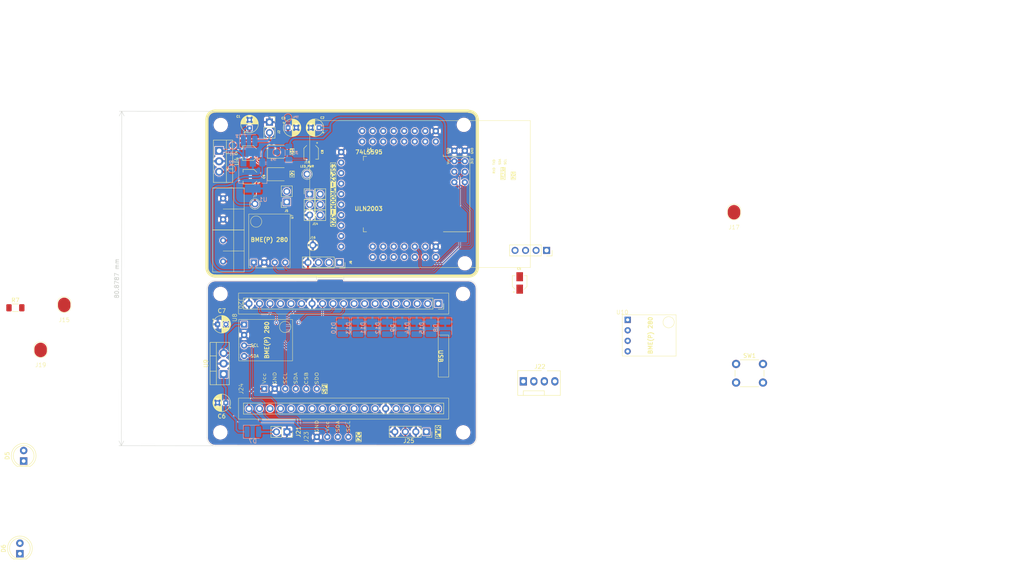
<source format=kicad_pcb>
(kicad_pcb (version 20240108) (generator "pcbnew") (generator_version "8.0")
  (layers (0 "F.Cu" signal) (31 "B.Cu" signal) (34 "B.Paste" user) (35 "F.Paste" user) (36 "B.SilkS" user "B.Silkscreen") (37 "F.SilkS" user "F.Silkscreen") (38 "B.Mask" user) (39 "F.Mask" user) (44 "Edge.Cuts" user))
  (net 0 "")
  (net 1 "GND")
  (net 2 "+3V3")
  (net 3 "+5V")
  (net 4 "/RXD")
  (net 5 "/TXD")
  (net 6 "/SDA")
  (net 7 "/GPIO_33")
  (net 8 "/SCL")
  (net 9 "/OUT3")
  (net 10 "/EN")
  (net 11 "/SOURCE2")
  (net 12 "/SOURCE1")
  (net 13 "/SOURCE3")
  (net 14 "/VDC")
  (net 15 "/DAC1")
  (net 16 "/DAC2")
  (net 17 "/GPIO39")
  (net 18 "/GPIO19")
  (net 19 "/GPIO17")
  (net 20 "/GPIO5")
  (net 21 "/GPIO18")
  (net 22 "/SD_DATA0")
  (net 23 "/ADC2_CH3")
  (net 24 "/SD_DATA3")
  (net 25 "/SD_CMD")
  (net 26 "/SD_CLK")
  (net 27 "/SD_DATA2")
  (net 28 "/SD_DATA1")
  (net 29 "/ADC2_CH0")
  (net 30 "/GPIO23")
  (net 31 "/GPIO36")
  (net 32 "/ADC2_CH2")
  (net 33 "/BOOT")
  (net 34 "/GPIO13")
  (net 35 "/SOURCE4")
  (net 36 "/SOURCE5")
  (net 37 "/SIPO_DATA")
  (net 38 "/SIPO_CLK")
  (net 39 "/SIPO_LATCH")
  (net 40 "/GPIO14")
  (net 41 "/OUT1")
  (net 42 "/VIN")
  (net 45 "Net-(D5-Pad1)")
  (net 46 "Net-(J15-Pin_1)")
  (net 47 "Net-(J19-Pin_1)")
  (net 48 "/OUT2")
  (net 60 "/RX")
  (net 65 "/TX")
  (net 76 "/SCL-2")
  (net 77 "/SDA-2")
  (net 80 "/12V")
  (net 82 "/QB-2")
  (net 83 "/QC-2")
  (net 84 "/QE-2")
  (net 85 "/QA-2")
  (net 86 "/QD-2")
  (net 87 "/QG-2")
  (net 88 "/QH-2")
  (net 89 "/QF-2")
  (net 90 "/SPI-SDO")
  (net 91 "/SPI-CSB")
  (net 92 "/SPI-SCL")
  (net 93 "/SPI-SDA")
  (net 94 "/D23")
  (net 95 "/D18")
  (footprint "Capacitor_THT:CP_Radial_D4.0mm_P2.00mm" (layer "F.Cu") (at 107 44.2 180)
    (property "Reference" "C2")
    (property "Value" "1uF")
  )
  (footprint "LED_SMD:LED_1210_3225Metric_Pad1.42x2.65mm_HandSolder" (layer "F.Cu") (at 97 55.45)
    (property "Reference" "D2")
    (property "Value" "STATUS")
  )
  (footprint "Capacitor_SMD:CP_Elec_3x5.3" (layer "F.Cu") (at 90.3 50.35 180)
    (property "Reference" "C4")
    (property "Value" "0.1uF")
  )
  (footprint "Resistor_SMD:R_1206_3216Metric_Pad1.30x1.75mm_HandSolder" (layer "F.Cu") (at 33.612 87.7585)
    (property "Reference" "R7")
    (property "Value" "4K7")
  )
  (footprint "LED_THT:LED_D5.0mm" (layer "F.Cu") (at 34.7 147.25 90)
    (property "Reference" "D6")
    (property "Value" "LED_STATUS")
  )
  (footprint "Button_Switch_THT:SW_PUSH_6mm" (layer "F.Cu") (at 207.8 101.35)
    (property "Reference" "SW1")
    (property "Value" "SW_Push")
  )
  (footprint "Connector:FanPinHeader_1x04_P2.54mm_Vertical" (layer "F.Cu") (at 156.38 105.55)
    (property "Reference" "J22")
    (property "Value" "Conn_01x04_Pin")
  )
  (footprint "Alexander Footprint Library:Pad_1x01_P2.54_SMD" (layer "F.Cu") (at 39.712 102.098)
    (property "Reference" "J19")
    (property "Value" "LED_PWR")
  )
  (footprint "Alexanddr Footprints Library:ESP32-WROOM-Adapter-Socket-2" (layer "F.Cu") (at 127.6 60.25 -90)
    (property "Reference" "J1")
    (property "Value" "~")
  )
  (footprint "Alexander Footprint Library:Pad_1x01_P2.54_SMD" (layer "F.Cu") (at 45.412 91.198)
    (property "Reference" "J15")
    (property "Value" "LED_PWR")
  )
  (footprint "MountingHole:MountingHole_3mm" (layer "F.Cu") (at 142 43.5)
    (property "Reference" "H1" (hide yes))
    (property "Value" "MountingHole_Pad")
  )
  (footprint "Connector_PinSocket_2.54mm:PinSocket_1x02_P2.54mm_Vertical" (layer "F.Cu") (at 99.25 117.775 -90)
    (property "Reference" "J21")
    (property "Value" "PWR")
  )
  (footprint "MountingHole:MountingHole_3mm" (layer "F.Cu") (at 83.25 43.53)
    (property "Reference" "H2" (hide yes))
    (property "Value" "MountingHole_Pad")
  )
  (footprint "Alexander Footprints Library:Conn_Terminal_5mm" (layer "F.Cu") (at 83.82 53.69)
    (property "Reference" "J9" (hide yes))
    (property "Value" "Conn_01x02_Socket")
  )
  (footprint "Alexander Footprint Library:Pad_1x01_P2.54_SMD" (layer "F.Cu") (at 207.3 68.7895)
    (property "Reference" "J17")
    (property "Value" "GND")
  )
  (footprint "MountingHole:MountingHole_3mm" (layer "F.Cu") (at 141.85 117.9)
    (property "Reference" "H4" (hide yes))
    (property "Value" "MountingHole_Pad")
  )
  (footprint "Capacitor_THT:CP_Radial_D4.0mm_P2.00mm" (layer "F.Cu") (at 82.5 91.75)
    (property "Reference" "C7")
    (property "Value" "1uF")
  )
  (footprint "Connector_PinSocket_2.54mm:PinSocket_1x04_P2.54mm_Vertical" (layer "F.Cu") (at 132.94 117.75 -90)
    (property "Reference" "J25")
    (property "Value" "PWR_SATA_Conn_01x04")
  )
  (footprint "Capacitor_SMD:CP_Elec_3x5.3" (layer "F.Cu") (at 90.4 56.05 180)
    (property "Reference" "C9")
    (property "Value" "0.1uF")
  )
  (footprint "Alexander Footprint Library:PinSocket_1x01_P2.54" (layer "F.Cu") (at 91.5 65.19)
    (property "Reference" "J7")
    (property "Value" "LED_PWR")
  )
  (footprint "Alexander Footprint Library:Conn_SPI" (layer "F.Cu") (at 88.68 107.35 90)
    (property "Reference" "J24")
    (property "Value" "~")
  )
  (footprint "Connector_PinSocket_2.54mm:PinSocket_1x02_P2.54mm_Vertical" (layer "F.Cu") (at 95.025 42.85)
    (property "Reference" "J2")
    (property "Value" "PWR")
  )
  (footprint "Connector_PinSocket_2.54mm:PinSocket_1x04_P2.54mm_Vertical" (layer "F.Cu") (at 111.94 76.8 -90)
    (property "Reference" "J6")
    (property "Value" "SOURCE")
  )
  (footprint "MountingHole:MountingHole_3mm" (layer "F.Cu") (at 83.15 117.9)
    (property "Reference" "H4" (hide yes))
    (property "Value" "MountingHole_Pad")
  )
  (footprint "Connector_PinSocket_2.54mm:PinSocket_1x04_P2.54mm_Vertical" (layer "F.Cu") (at 162 73.875 -90)
    (property "Reference" "J10" (hide yes))
    (property "Value" "ADC")
  )
  (footprint "Capacitor_SMD:CP_Elec_3x5.3" (layer "F.Cu") (at 155.5 81.75 90)
    (property "Reference" "C5")
    (property "Value" "0.1uF")
  )
  (footprint "MountingHole:MountingHole_3mm" (layer "F.Cu") (at 141.8 84.4)
    (property "Reference" "H4" (hide yes))
    (property "Value" "MountingHole_Pad")
  )
  (footprint "Capacitor_THT:CP_Radial_D4.0mm_P2.00mm" (layer "F.Cu") (at 99.5 44.2)
    (property "Reference" "C3")
    (property "Value" "1uF")
  )
  (footprint "Alexander Footprint Library:Conn_ESP32_WROOM-DevKit-38pins" (layer "F.Cu") (at 87.54 86.75 -90)
    (property "Reference" "J20")
    (property "Value" "~")
  )
  (footprint "Capacitor_SMD:CP_Elec_3x5.3" (layer "F.Cu") (at 105.1 50.05 -90)
    (property "Reference" "C8")
    (property "Value" "10uF")
  )
  (footprint "Alexander Footprint Library:LD1117" (layer "F.Cu") (at 83.945 103.79 90)
    (property "Reference" "U9")
    (property "Value" "L7805")
  )
  (footprint "Alexander Footprint Library:PinSocket_1x01_P2.54" (layer "F.Cu") (at 104.1 57.99)
    (property "Reference" "J18")
    (property "Value" "LED_PWR")
  )
  (footprint "Alexander Footprint Library:Conn_I2C" (layer "F.Cu") (at 98.84 119 90)
    (property "Reference" "J23")
    (property "Value" "I2C")
  )
  (footprint "Capacitor_THT:CP_Radial_D4.0mm_P2.00mm" (layer "F.Cu") (at 84.4726 110.75 180)
    (property "Reference" "C6")
    (property "Value" "1uF")
  )
  (footprint "Alexander Footprint Library:BME280_BMP280_I2C" (layer "F.Cu") (at 180.3 89.45)
    (property "Reference" "U10")
    (property "Value" "BME(P)280")
  )
  (footprint "MountingHole:MountingHole_3mm" (layer "F.Cu") (at 83.2 84.4)
    (property "Reference" "H4" (hide yes))
    (property "Value" "MountingHole_Pad")
  )
  (footprint "Connector_PinSocket_2.54mm:PinSocket_1x02_P2.54mm_Vertical" (layer "F.Cu") (at 99.2 62.15 180)
    (property "Reference" "J5")
    (property "Value" "DAC")
  )
  (footprint "Alexander Footprint Library:CONN_2x3" (layer "F.Cu") (at 104.74 55.17)
    (property "Reference" "J14")
    (property "Value" "GPIO")
  )
  (footprint "Alexander Footprints Library:Conn_UART" (layer "F.Cu") (at 139.7 42.15)
    (property "Reference" "J3" (hide yes))
    (property "Value" "UART")
  )
  (footprint "Alexander Footprint Library:PinSocket_1x01_P2.54" (layer "F.Cu") (at 105.5 75.19)
    (property "Reference" "J16")
    (property "Value" "GND")
  )
  (footprint "Capacitor_THT:CP_Radial_D4.0mm_P2.00mm" (layer "F.Cu") (at 90.2 44.3 90)
    (property "Reference" "C1")
    (property "Value" "1uF")
  )
  (footprint "Alexander Footprint Library:BME280_BMP280_I2C" (layer "F.Cu") (at 90 78.1 90)
    (property "Reference" "U7")
    (property "Value" "BME(P)280")
  )
  (footprint "Alexander Footprint Library:LD1117" (layer "F.Cu") (at 82.855 49.77 -90)
    (property "Reference" "U4")
    (property "Value" "L7805")
  )
  (footprint "Alexander Footprints Library:Conn_I2C" (layer "F.Cu") (at 142.24 42.15)
    (property "Reference" "J4" (hide yes))
    (property "Value" "I2C")
  )
  (footprint "LED_THT:LED_D5.0mm" (layer "F.Cu") (at 35.612 124.8335 90)
    (property "Reference" "D5")
    (property "Value" "LED_PWR")
  )
  (footprint "Alexander Footprint Library:BME280_BMP280_I2C" (layer "F.Cu") (at 87.6 90.59)
    (property "Reference" "U8")
    (property "Value" "BME(P)280")
  )
  (footprint "LED_SMD:LED_1210_3225Metric_Pad1.42x2.65mm_HandSolder" (layer "F.Cu") (at 97 50)
    (property "Reference" "D1")
    (property "Value" "PWR")
  )
  (footprint "MountingHole:MountingHole_3mm" (layer "F.Cu") (at 142.25 77)
    (property "Reference" "H4" (hide yes))
    (property "Value" "MountingHole_Pad")
  )
  (footprint "Alexander Footprints Library:Conn_Terminal_5mm" (layer "F.Cu") (at 83.82 63.85)
    (property "Reference" "J8" (hide yes))
    (property "Value" "Conn_01x02_Socket")
  )
  (footprint "TestPoint:TestPoint_Pad_D1.5mm" (layer "B.Cu") (at 99.5 41.75 180)
    (property "Reference" "TP4")
    (property "Value" "5V")
  )
  (footprint "LED_SMD:LED_1210_3225Metric_Pad1.42x2.65mm_HandSolder" (layer "B.Cu") (at 127.1 92.65 -90)
    (property "Reference" "D9")
    (property "Value" "PWR")
  )
  (footprint "TestPoint:TestPoint_Pad_D1.5mm" (layer "B.Cu") (at 96.8 50.15 180)
    (property "Reference" "TP3")
    (property "Value" "3V3")
  )
  (footprint "LED_SMD:LED_1210_3225Metric_Pad1.42x2.65mm_HandSolder" (layer "B.Cu") (at 119.9 92.65 -90)
    (property "Reference" "D11")
    (property "Value" "PWR")
  )
  (footprint "Diode_SMD:D_1210_3225Metric" (layer "B.Cu") (at 91 117.75)
    (property "Reference" "D7")
    (property "Value" "D")
  )
  (footprint "LED_SMD:LED_1210_3225Metric_Pad1.42x2.65mm_HandSolder" (layer "B.Cu") (at 134.1 92.65 -90)
    (property "Reference" "D15")
    (property "Value" "PWR")
  )
  (footprint "Resistor_SMD:R_1206_3216Metric_Pad1.30x1.75mm_HandSolder" (layer "B.Cu") (at 99.7 50.25 -90)
    (property "Reference" "R1")
    (property "Value" "10K")
  )
  (footprint "Diode_SMD:D_1210_3225Metric" (layer "B.Cu") (at 90.1 47.4)
    (property "Reference" "D4")
    (property "Value" "D")
  )
  (footprint "LED_SMD:LED_1210_3225Metric_Pad1.42x2.65mm_HandSolder" (layer "B.Cu") (at 130.6 92.65 -90)
    (property "Reference" "D14")
    (property "Value" "PWR")
  )
  (footprint "TestPoint:TestPoint_Pad_D1.5mm" (layer "B.Cu") (at 86.2 48.45 180)
    (property "Reference" "TP1")
    (property "Value" "VIN")
  )
  (footprint "LED_SMD:LED_1210_3225Metric_Pad1.42x2.65mm_HandSolder" (layer "B.Cu") (at 123.5 92.65 -90)
    (property "Reference" "D12")
    (property "Value" "PWR")
  )
  (footprint "TestPoint:TestPoint_Pad_D1.5mm" (layer "B.Cu") (at 85.9 54.15 180)
    (property "Reference" "TP2")
    (property "Value" "GND")
  )
  (footprint "LED_SMD:LED_1210_3225Metric_Pad1.42x2.65mm_HandSolder" (layer "B.Cu") (at 116.4 92.65 -90)
    (property "Reference" "D13")
    (property "Value" "PWR")
  )
  (footprint "LED_SMD:LED_1210_3225Metric_Pad1.42x2.65mm_HandSolder" (layer "B.Cu") (at 112.8 92.65 -90)
    (property "Reference" "D10")
    (property "Value" "PWR")
  )
  (footprint "Package_TO_SOT_SMD:SOT-223-3_TabPin2" (layer "B.Cu") (at 91 55.75 -90)
    (property "Reference" "U1")
    (property "Value" "MAX1726EUK33")
  )
  (footprint "LED_SMD:LED_1210_3225Metric_Pad1.42x2.65mm_HandSolder" (layer "B.Cu") (at 137.5 92.65 -90)
    (property "Reference" "D8")
    (property "Value" "PWR")
  )
  (gr_line (start 145.25 42.11421) (end 145.25 78.085782) (stroke (width 0.75)) (layer "F.SilkS"))
  (gr_line (start 81.914218 40.164218) (end 143.08579 40.164218) (stroke (width 0.75)) (layer "F.SilkS"))
  (gr_arc (start 145.25 78.085782) (mid 144.66422 79.500007) (end 143.25 80.085782) (stroke (width 0.75)) (layer "F.SilkS"))
  (gr_line (start 79.914218 42.11421) (end 79.914218 78.085782) (stroke (width 0.75)) (layer "F.SilkS"))
  (gr_arc (start 81.914218 80.085782) (mid 80.499999 79.500001) (end 79.914218 78.085782) (stroke (width 0.75)) (layer "F.SilkS"))
  (gr_arc (start 143.25 40.25) (mid 144.664214 40.835786) (end 145.25 42.25) (stroke (width 0.75)) (layer "F.SilkS"))
  (gr_arc (start 79.914218 42.164218) (mid 80.499999 40.749999) (end 81.914218 40.164218) (stroke (width 0.75)) (layer "F.SilkS"))
  (gr_line (start 81.914214 80.085782) (end 143.085786 80.085782) (stroke (width 0.75)) (layer "F.SilkS"))
  (gr_line (start 82.014214 80.235786) (end 106.4 80.25) (stroke (width 0.1)) (layer "Edge.Cuts"))
  (gr_line (start 80 42.25) (end 80.014214 78.235786) (stroke (width 0.1)) (layer "Edge.Cuts"))
  (gr_arc (start 79.921321 83.157107) (mid 80.507106 81.742896) (end 81.921321 81.157107) (stroke (width 0.1)) (layer "Edge.Cuts"))
  (gr_line (start 81.921321 121.128679) (end 143.107107 121.142893) (stroke (width 0.1)) (layer "Edge.Cuts"))
  (gr_arc (start 81.921321 121.128679) (mid 80.507101 120.542899) (end 79.921321 119.128679) (stroke (width 0.1)) (layer "Edge.Cuts"))
  (gr_line (start 143.092893 81.157107) (end 113 81.15) (stroke (width 0.1)) (layer "Edge.Cuts"))
  (gr_arc (start 145.107107 119.142893) (mid 144.521321 120.557107) (end 143.107107 121.142893) (stroke (width 0.1)) (layer "Edge.Cuts"))
  (gr_line (start 106.4 81.15) (end 81.921321 81.157107) (stroke (width 0.1)) (layer "Edge.Cuts"))
  (gr_arc (start 143.185786 40.264214) (mid 144.600004 40.849996) (end 145.185786 42.264214) (stroke (width 0.1)) (layer "Edge.Cuts"))
  (gr_line (start 113 80.25) (end 143.185786 80.235786) (stroke (width 0.1)) (layer "Edge.Cuts"))
  (gr_arc (start 82.014214 80.235786) (mid 80.599996 79.650004) (end 80.014214 78.235786) (stroke (width 0.1)) (layer "Edge.Cuts"))
  (gr_line (start 145.185786 42.264214) (end 145.185786 78.235786) (stroke (width 0.1)) (layer "Edge.Cuts"))
  (gr_arc (start 80 42.25) (mid 80.585786 40.835786) (end 82 40.25) (stroke (width 0.1)) (layer "Edge.Cuts"))
  (gr_line (start 145.107107 119.142893) (end 145.092893 83.157107) (stroke (width 0.1)) (layer "Edge.Cuts"))
  (gr_line (start 79.921321 119.128679) (end 79.921321 83.157107) (stroke (width 0.1)) (layer "Edge.Cuts"))
  (gr_line (start 106.4 81.15) (end 106.4 80.25) (stroke (width 0.1)) (layer "Edge.Cuts"))
  (gr_arc (start 145.185786 78.235786) (mid 144.600004 79.650004) (end 143.185786 80.235786) (stroke (width 0.1)) (layer "Edge.Cuts"))
  (gr_arc (start 143.092893 81.157107) (mid 144.507112 81.742888) (end 145.092893 83.157107) (stroke (width 0.1)) (layer "Edge.Cuts"))
  (gr_line (start 113 81.15) (end 113 80.25) (stroke (width 0.1)) (layer "Edge.Cuts"))
  (gr_line (start 143.185786 40.264214) (end 82 40.25) (stroke (width 0.1)) (layer "Edge.Cuts"))
  (gr_text "SCL" (at 90.4 96.85 0) (layer "F.SilkS") (effects (font (size 0.7 0.7) (thickness 0.125) (bold yes)) (justify left)))
  (gr_text "SDA" (at 90.4 99.45 0) (layer "F.SilkS") (effects (font (size 0.7 0.7) (thickness 0.125) (bold yes)) (justify left)))
  (gr_text "PWR" (at 136.4 119.55 90) (layer "F.SilkS" knockout) (effects (font (size 1 1) (thickness 0.25) (bold yes)) (justify left bottom)))
  (gr_text "74LS595" (at 119.057143 50.1 0) (layer "F.SilkS") (effects (font (size 1 1) (thickness 0.2) (bold yes))))
  (gr_text "ULN2003" (at 115.5 64.374 0) (layer "F.SilkS") (effects (font (size 1 1) (thickness 0.2) (bold yes)) (justify left bottom)))
  (dimension (type aligned) (layer "Edge.Cuts") (pts (xy 81.921321 121.128679) (xy 82 40.25)) (height -22.6907) (gr_text "80.8787 mm" (at 58.119973 80.666146 89.94426182) (layer "Edge.Cuts") (effects (font (size 1 1) (thickness 0.15)))) (format (prefix "") (suffix "") (units 3) (units_format 1) (precision 4)) (style (thickness 0.1) (arrow_length 1.27) (text_position_mode 0) (extension_height 0.58642) (extension_offset 0.5) keep_text_aligned))
  (segment (start 84.21 66) (end 83.82 66.39) (width 0.5) (layer "F.Cu") (net 1))
  (segment (start 95.5 54.8625) (end 95.5125 54.85) (width 0.25) (layer "F.Cu") (net 1))
  (segment (start 95.5 55.4625) (end 95.5125 55.45) (width 0.25) (layer "F.Cu") (net 1))
  (segment (start 91.5 59.65) (end 91.9 59.25) (width 0.5) (layer "F.Cu") (net 2))
  (segment (start 90.08 108.57) (end 90.08 112.15) (width 0.5) (layer "F.Cu") (net 2))
  (segment (start 91.3 107.35) (end 90.08 108.57) (width 0.5) (layer "F.Cu") (net 2))
  (segment (start 91.9 59.25) (end 91.9 56.05) (width 0.5) (layer "F.Cu") (net 2))
  (segment (start 93.76 107.35) (end 91.3 107.35) (width 0.5) (layer "F.Cu") (net 2))
  (segment (start 91.5 62.62) (end 91.5 59.65) (width 0.5) (layer "F.Cu") (net 2))
  (segment (start 98.4875 50) (end 101.05 50) (width 0.5) (layer "F.Cu") (net 2))
  (segment (start 102.5 48.55) (end 105.1 48.55) (width 0.5) (layer "F.Cu") (net 2))
  (segment (start 101.05 50) (end 102.5 48.55) (width 0.5) (layer "F.Cu") (net 2))
  (segment (start 96.075 48.7) (end 97.525 48.7) (width 0.5) (layer "B.Cu") (net 2))
  (segment (start 109.408578 44.2) (end 107 44.2) (width 0.5) (layer "B.Cu") (net 2))
  (segment (start 93.21 115.25) (end 101 115.25) (width 0.5) (layer "B.Cu") (net 2))
  (segment (start 81.3 75.997918) (end 81.3 59.75104) (width 0.5) (layer "B.Cu") (net 2))
  (segment (start 93.3 54.905025) (end 93.3 52.6) (width 0.5) (layer "B.Cu") (net 2))
  (segment (start 100 48.7) (end 100 48.03033) (width 0.5) (layer "B.Cu") (net 2))
  (segment (start 139.13 52.31) (end 139.7 52.31) (width 0.5) (layer "B.Cu") (net 2))
  (segment (start 138.156949 51.906949) (end 138.03 51.78) (width 0.5) (layer "B.Cu") (net 2))
  (segment (start 109 117.5) (end 109 119) (width 0.5) (layer "B.Cu") (net 2))
  (segment (start 84.202081 78.9) (end 89.990883 78.9) (width 0.5) (layer "B.Cu") (net 2))
  (segment (start 109.75 45) (end 109.75 44.141421) (width 0.5) (layer "B.Cu") (net 2))
  (segment (start 109.75 43.858578) (end 109.75 44.141421) (width 0.5) (layer "B.Cu") (net 2))
  (segment (start 104.722182 46.75) (end 106.277817 46.75) (width 0.5) (layer "B.Cu") (net 2))
  (segment (start 139.7 52.31) (end 142.24 52.31) (width 0.5) (layer "B.Cu") (net 2))
  (segment (start 137.5 50.500466) (end 137.5 43.883883) (width 0.5) (layer "B.Cu") (net 2))
  (segment (start 88.207106 62.75) (end 91.5 62.75) (width 0.5) (layer "B.Cu") (net 2))
  (segment (start 86.5 61.042893) (end 86.5 57.5) (width 0.5) (layer "B.Cu") (net 2))
  (segment (start 106.277817 46.75) (end 108 46.75) (width 0.5) (layer "B.Cu") (net 2))
  (segment (start 101 115.25) (end 102.5 116.75) (width 0.5) (layer "B.Cu") (net 2))
  (segment (start 91.22 77.670883) (end 91.22 76.8) (width 0.5) (layer "B.Cu") (net 2))
  (segment (start 89.455634 56.1) (end 92.105025 56.1) (width 0.5) (layer "B.Cu") (net 2))
  (segment (start 96.075 48.7) (end 95.177817 48.7) (width 0.5) (layer "B.Cu") (net 2))
  (segment (start 90.11 112.15) (end 93.21 115.25) (width 0.5) (layer "B.Cu") (net 2))
  (segment (start 108.25 116.75) (end 109 117.5) (width 0.5) (layer "B.Cu") (net 2))
  (segment (start 104.722182 46.75) (end 101.28033 46.75) (width 0.5) (layer "B.Cu") (net 2))
  (segment (start 108 46.75) (end 109.75 45) (width 0.5) (layer "B.Cu") (net 2))
  (segment (start 96.8 49.425) (end 96.8 50.15) (width 0.25) (layer "B.Cu") (net 2))
  (segment (start 109.75 43.625) (end 109.75 43.858578) (width 0.5) (layer "B.Cu") (net 2))
  (segment (start 110.015165 42.984834) (end 110.5 42.5) (width 0.5) (layer "B.Cu") (net 2))
  (segment (start 93.3 52.6) (end 93.3 50.577817) (width 0.5) (layer "B.Cu") (net 2))
  (segment (start 82.75104 58.3) (end 84.144365 58.3) (width 0.5) (layer "B.Cu") (net 2))
  (segment (start 102.5 116.75) (end 108.25 116.75) (width 0.5) (layer "B.Cu") (net 2))
  (segment (start 112.31066 41.75) (end 135.366116 41.75) (width 0.5) (layer "B.Cu") (net 2))
  (segment (start 100 48.7) (end 97.525 48.7) (width 0.5) (layer "B.Cu") (net 2))
  (arc (start 136.875 42.375) (mid 137.337567 43.067281) (end 137.5 43.883883) (width 0.5) (layer "B.Cu") (net 2))
  (arc (start 137.5 50.500466) (mid 137.637742 51.192944) (end 138.03 51.78) (width 0.5) (layer "B.Cu") (net 2))
  (arc (start 93.3 54.905025) (mid 93.209037 55.362322) (end 92.95 55.75) (width 0.5) (layer "B.Cu") (net 2))
  (arc (start 86.8 57.2) (mid 85.581584 58.014119) (end 84.144365 58.3) (width 0.5) (layer "B.Cu") (net 2))
  (arc (start 89.455634 56.1) (mid 88.018415 56.38588) (end 86.8 57.2) (width 0.5) (layer "B.Cu") (net 2))
  (arc (start 86.5 61.042893) (mid 86.629945 61.696174) (end 87 62.25) (width 0.5) (layer "B.Cu") (net 2))
  (arc (start 82.75104 58.3) (mid 82.195751 58.410453) (end 81.725 58.725) (width 0.5) (layer "B.Cu") (net 2))
  (arc (start 92.95 55.75) (mid 92.562322 56.009037) (end 92.105025 56.1) (width 0.5) (layer "B.Cu") (net 2))
  (arc (start 95.177817 48.7) (mid 94.459207 48.84294) (end 93.85 49.25) (width 0.5) (layer "B.Cu") (net 2))
  (arc (start 96.8 49.425) (mid 96.587652 48.912347) (end 96.075 48.7) (width 0.25) (layer "B.Cu") (net 2))
  (arc (start 82.15 78.05) (mid 83.091502 78.679092) (end 84.202081 78.9) (width 0.5) (layer "B.Cu") (net 2))
  (arc (start 110.015165 42.984834) (mid 109.818914 43.278544) (end 109.75 43.625) (width 0.5) (layer "B.Cu") (net 2))
  (arc (start 109.75 44.141421) (mid 109.713838 44.087301) (end 109.65 44.1) (width 0.5) (layer "B.Cu") (net 2))
  (arc (start 136.875 42.375) (mid 136.182718 41.912432) (end 135.366116 41.75) (width 0.5) (layer "B.Cu") (net 2))
  (arc (start 93.85 49.25) (mid 93.44294 49.859207) (end 93.3 50.577817) (width 0.5) (layer "B.Cu") (net 2))
  (arc (start 90.86 78.54) (mid 90.461245 78.806439) (end 89.990883 78.9) (width 0.5) (layer "B.Cu") (net 2))
  (arc (start 109.65 44.1) (mid 109.539234 44.17401) (end 109.408578 44.2) (width 0.5) (layer "B.Cu") (net 2))
  (arc (start 87 62.25) (mid 87.553825 62.620054) (end 88.207106 62.75) (width 0.5) (layer "B.Cu") (net 2))
  (arc (start 81.725 58.725) (mid 81.410453 59.195751) (end 81.3 59.75104) (width 0.5) (layer "B.Cu") (net 2))
  (arc (start 138.156949 51.906949) (mid 138.603388 52.20525) (end 139.13 52.31) (width 0.5) (layer "B.Cu") (net 2))
  (arc (start 101.28033 46.75) (mid 100.790368 46.847459) (end 100.375 47.125) (width 0.5) (layer "B.Cu") (net 2))
  (arc (start 91.22 77.670883) (mid 91.126439 78.141245) (end 90.86 78.54) (width 0.5) (layer "B.Cu") (net 2))
  (arc (start 109.65 44.1) (mid 109.72401 43.989234) (end 109.75 43.858578) (width 0.5) (layer "B.Cu") (net 2))
  (arc (start 112.31066 41.75) (mid 111.330737 41.944918) (end 110.5 42.5) (width 0.5) (layer "B.Cu") (net 2))
  (arc (start 100.375 47.125) (mid 100.097459 47.540368) (end 100 48.03033) (width 0.5) (layer "B.Cu") (net 2))
  (arc (start 81.3 75.997918) (mid 81.520907 77.108496) (end 82.15 78.05) (width 0.5) (layer "B.Cu") (net 2))
  (segment (start 99.5 45.693413) (end 99.5 44.2) (width 0.5) (layer "F.Cu") (net 3))
  (segment (start 98.6375 46.9625) (end 99.2125 46.3875) (width 0.5) (layer "F.Cu") (net 3))
  (segment (start 83.945 98.71) (end 86.21 98.71) (width 0.5) (layer "F.Cu") (net 3))
  (segment (start 86.75 99.25) (end 86.75 100) (width 0.5) (layer "F.Cu") (net 3))
  (segment (start 127.86 116.39) (end 129 115.25) (width 0.5) (layer "F.Cu") (net 3))
  (segment (start 129 115.25) (end 135.25 115.25) (width 0.5) (layer "F.Cu") (net 3))
  (segment (start 135.81 114.69) (end 135.81 112.15) (width 0.5) (layer "F.Cu") (net 3))
  (segment (start 86.75 114.25) (end 87.75 115.25) (width 0.5) (layer "F.Cu") (net 3))
  (segment (start 86.75 100) (end 86.75 114.25) (width 0.5) (layer "F.Cu") (net 3))
  (segment (start 88.1 47.25) (end 97.943413 47.25) (width 0.5) (layer "F.Cu") (net 3))
  (segment (start 84.9 54.85) (end 85.4 54.35) (width 0.5) (layer "F.Cu") (net 3))
  (segment (start 85.4 54.35) (end 85.4 49.95) (width 0.5) (layer "F.Cu") (net 3))
  (segment (start 127.86 118.65) (end 127.86 116.39) (width 0.5) (layer "F.Cu") (net 3))
  (segment (start 86.21 98.71) (end 86.75 99.25) (width 0.5) (layer "F.Cu") (net 3))
  (segment (start 135.25 115.25) (end 135.81 114.69) (width 0.5) (layer "F.Cu") (net 3))
  (segment (start 82.855 54.85) (end 84.9 54.85) (width 0.5) (layer "F.Cu") (net 3))
  (segment (start 85.4 49.95) (end 88.1 47.25) (width 0.5) (layer "F.Cu") (net 3))
  (segment (start 87.75 115.25) (end 129 115.25) (width 0.5) (layer "F.Cu") (net 3))
  (arc (start 97.943413 47.25) (mid 98.31905 47.175281) (end 98.6375 46.9625) (width 0.5) (layer "F.Cu") (net 3))
  (arc (start 99.5 45.693413) (mid 99.425281 46.06905) (end 99.2125 46.3875) (width 0.5) (layer "F.Cu") (net 3))
  (segment (start 83.945 97.305) (end 84.5 96.75) (width 0.5) (layer "B.Cu") (net 3))
  (segment (start 84.5 94.05) (end 84.5 91.75) (width 0.5) (layer "B.Cu") (net 3))
  (segment (start 88.9 91.81) (end 86.74 91.81) (width 0.5) (layer "B.Cu") (net 3))
  (segment (start 83.945 98.71) (end 83.945 97.305) (width 0.5) (layer "B.Cu") (net 3))
  (segment (start 86.74 91.81) (end 84.5 94.05) (width 0.5) (layer "B.Cu") (net 3))
  (segment (start 84.5 96.75) (end 84.5 94.05) (width 0.5) (layer "B.Cu") (net 3))
  (segment (start 99.5 42.25) (end 99.5 44.2) (width 0.25) (layer "B.Cu") (net 3))
  (segment (start 139.7 57.35) (end 139.7 57.39) (width 0.25) (layer "F.Cu") (net 4))
  (segment (start 140.3 57.45) (end 139.3 57.45) (width 0.25) (layer "F.Cu") (net 4))
  (segment (start 142.918198 72.331802) (end 140.231802 72.331802) (width 0.25) (layer "B.Cu") (net 4))
  (segment (start 131.4 77.75) (end 131.4 74.21) (width 0.25) (layer "B.Cu") (net 4))
  (segment (start 131.8 78.15) (end 131.4 77.75) (width 0.25) (layer "B.Cu") (net 4))
  (segment (start 131.4 74.21) (end 130.14 72.95) (width 0.25) (layer "B.Cu") (net 4))
  (segment (start 140.231802 72.331802) (end 134.413604 78.15) (width 0.25) (layer "B.Cu") (net 4))
  (segment (start 134.413604 78.15) (end 131.8 78.15) (width 0.25) (layer "B.Cu") (net 4))
  (segment (start 139.7 57.39) (end 141.34 59.03) (width 0.25) (layer "B.Cu") (net 4))
  (segment (start 141.34 59.03) (end 141.34 62.876396) (width 0.25) (layer "B.Cu") (net 4))
  (segment (start 143.1 64.636396) (end 143.1 72.15) (width 0.25) (layer "B.Cu") (net 4))
  (segment (start 143.1 72.15) (end 142.918198 72.331802) (width 0.25) (layer "B.Cu") (net 4))
  (segment (start 141.34 62.876396) (end 143.1 64.636396) (width 0.25) (layer "B.Cu") (net 4))
  (segment (start 141 56.15) (end 141 72.95) (width 0.25) (layer "F.Cu") (net 5))
  (segment (start 133.1 77.05) (end 132.68 76.63) (width 0.25) (layer "F.Cu") (net 5))
  (segment (start 139.7 54.85) (end 141 56.15) (width 0.25) (layer "F.Cu") (net 5))
  (segment (start 132.68 76.63) (end 132.68 75.49) (width 0.25) (layer "F.Cu") (net 5))
  (segment (start 141 72.95) (end 136.9 77.05) (width 0.25) (layer "F.Cu") (net 5))
  (segment (start 136.9 77.05) (end 133.1 77.05) (width 0.25) (layer "F.Cu") (net 5))
  (segment (start 139.7 54.85) (end 139.5 54.85) (width 0.25) (layer "F.Cu") (net 5))
  (segment (start 142.24 54.85) (end 142.24 55.51) (width 0.25) (layer "F.Cu") (net 6))
  (segment (start 141.79 58.74) (end 141 57.95) (width 0.25) (layer "B.Cu") (net 6))
  (segment (start 140.418198 72.781802) (end 143.281802 72.781802) (width 0.25) (layer "B.Cu") (net 6))
  (segment (start 98.84 76.8) (end 98.84 78.09) (width 0.25) (layer "B.Cu") (net 6))
  (segment (start 143.55 64.45) (end 141.79 62.69) (width 0.25) (layer "B.Cu") (net 6))
  (segment (start 134.55 78.65) (end 140.418198 72.781802) (width 0.25) (layer "B.Cu") (net 6))
  (segment (start 141.79 62.69) (end 141.79 58.74) (width 0.25) (layer "B.Cu") (net 6))
  (segment (start 141 56.09) (end 142.24 54.85) (width 0.25) (layer "B.Cu") (net 6))
  (segment (start 98.84 78.09) (end 99.4 78.65) (width 0.25) (layer "B.Cu") (net 6))
  (segment (start 99.4 78.65) (end 134.55 78.65) (width 0.25) (layer "B.Cu") (net 6))
  (segment (start 143.281802 72.781802) (end 143.55 72.513604) (width 0.25) (layer "B.Cu") (net 6))
  (segment (start 143.55 72.513604) (end 143.55 64.45) (width 0.25) (layer "B.Cu") (net 6))
  (segment (start 141 57.95) (end 141 56.09) (width 0.25) (layer "B.Cu") (net 6))
  (segment (start 143.4 73.3) (end 144 72.7) (width 0.25) (layer "B.Cu") (net 8))
  (segment (start 96.95 79.1) (end 134.8 79.1) (width 0.25) (layer "B.Cu") (net 8))
  (segment (start 96.3 76.8) (end 96.3 78.45) (width 0.25) (layer "B.Cu") (net 8))
  (segment (start 144 72.7) (end 144 64.263604) (width 0.25) (layer "B.Cu") (net 8))
  (segment (start 142.24 62.503604) (end 142.24 57.39) (width 0.25) (layer "B.Cu") (net 8))
  (segment (start 96.3 78.45) (end 96.95 79.1) (width 0.25) (layer "B.Cu") (net 8))
  (segment (start 134.8 79.1) (end 140.6 73.3) (width 0.25) (layer "B.Cu") (net 8))
  (segment (start 144 64.263604) (end 142.24 62.503604) (width 0.25) (layer "B.Cu") (net 8))
  (segment (start 140.6 73.3) (end 143.4 73.3) (width 0.25) (layer "B.Cu") (net 8))
  (segment (start 91.8 52.25) (end 92.3 52.75) (width 0.25) (layer "F.Cu") (net 10))
  (segment (start 92.3 52.75) (end 103.27 52.75) (width 0.25) (layer "F.Cu") (net 10))
  (segment (start 91.8 50.35) (end 91.8 52.25) (width 0.25) (layer "F.Cu") (net 10))
  (segment (start 100 51.8) (end 103.9 51.8) (width 0.25) (layer "B.Cu") (net 10))
  (segment (start 86.37 71.47) (end 88 73.1) (width 0.5) (layer "F.Cu") (net 11))
  (segment (start 88 73.1) (end 99 73.1) (width 0.5) (layer "F.Cu") (net 11))
  (segment (start 83.82 71.47) (end 86.37 71.47) (width 0.5) (layer "F.Cu") (net 11))
  (segment (start 86.275 76.55) (end 88.075 74.75) (width 0.5) (layer "F.Cu") (net 12))
  (segment (start 83.82 76.55) (end 86.275 76.55) (width 0.5) (layer "F.Cu") (net 12))
  (segment (start 88.075 74.75) (end 99.75 74.75) (width 0.5) (layer "F.Cu") (net 12))
  (segment (start 96.71 117.775) (end 92.425 117.775) (width 0.5) (layer "B.Cu") (net 14))
  (segment (start 92.425 117.775) (end 92.4 117.75) (width 0.5) (layer "B.Cu") (net 14))
  (segment (start 95.025 46.674479) (end 95.025 45.39) (width 0.5) (layer "B.Cu") (net 14))
  (segment (start 94.299479 47.4) (end 91.5 47.4) (width 0.5) (layer "B.Cu") (net 14))
  (arc (start 95.025 46.674479) (mid 94.969773 46.952124) (end 94.8125 47.1875) (width 0.5) (layer "B.Cu") (net 14))
  (arc (start 94.8125 47.1875) (mid 94.577124 47.344773) (end 94.299479 47.4) (width 0.5) (layer "B.Cu") (net 14))
  (segment (start 127.5 73.6) (end 128.2 72.9) (width 0.25) (layer "F.Cu") (net 21))
  (segment (start 89.5 46.25) (end 87.71 46.25) (width 0.5) (layer "F.Cu") (net 42))
  (segment (start 87.71 46.25) (end 84.19 49.77) (width 0.5) (layer "F.Cu") (net 42))
  (segment (start 90.2 45.55) (end 89.5 46.25) (width 0.5) (layer "F.Cu") (net 42))
  (segment (start 84.19 49.77) (end 82.855 49.77) (width 0.5) (layer "F.Cu") (net 42))
  (segment (start 90.2 44.3) (end 90.2 45.55) (width 0.5) (layer "F.Cu") (net 42))
  (segment (start 88.7 50.546446) (end 88.7 51.253553) (width 0.5) (layer "B.Cu") (net 42))
  (segment (start 84.4726 112.4726) (end 84.4726 109.5) (width 0.5) (layer "B.Cu") (net 42))
  (segment (start 88.7 45.153553) (end 88.7 47.4) (width 0.5) (layer "B.Cu") (net 42))
  (segment (start 86.2 49.11) (end 86.2 48.45) (width 0.25) (layer "B.Cu") (net 42))
  (segment (start 88.45 50.65) (end 88.2 50.4) (width 0.5) (layer "B.Cu") (net 42))
  (segment (start 88.7 50.546446) (end 88.7 47.4) (width 0.5) (layer "B.Cu") (net 42))
  (segment (start 84.4726 107.0826) (end 83.945 106.555) (width 0.5) (layer "B.Cu") (net 42))
  (segment (start 83.945 106.555) (end 83.945 103.79) (width 0.5) (layer "B.Cu") (net 42))
  (segment (start 88.45 50.65) (end 88.054368 50.254368) (width 0.5) (layer "B.Cu") (net 42))
  (segment (start 87.5 117.75) (end 87 117.25) (width 0.5) (layer "B.Cu") (net 42))
  (segment (start 89.553553 44.3) (end 90.2 44.3) (width 0.5) (layer "B.Cu") (net 42))
  (segment (start 84.4726 109.5) (end 84.4726 107.0826) (width 0.5) (layer "B.Cu") (net 42))
  (segment (start 88.7 51.253553) (end 88.7 52.6) (width 0.5) (layer "B.Cu") (net 42))
  (segment (start 89.6 117.75) (end 87.5 117.75) (width 0.5) (layer "B.Cu") (net 42))
  (segment (start 87 117.25) (end 87 115) (width 0.5) (layer "B.Cu") (net 42))
  (segment (start 87 115) (end 84.4726 112.4726) (width 0.5) (layer "B.Cu") (net 42))
  (segment (start 86.86 49.77) (end 85.54 49.77) (width 0.5) (layer "B.Cu") (net 42))
  (segment (start 86.885 49.77) (end 86.86 49.77) (width 0.5) (layer "B.Cu") (net 42))
  (segment (start 85.54 49.77) (end 82.855 49.77) (width 0.5) (layer "B.Cu") (net 42))
  (arc (start 89.553553 44.3) (mid 89.226912 44.364972) (end 88.95 44.55) (width 0.5) (layer "B.Cu") (net 42))
  (arc (start 86.2 49.11) (mid 86.393309 49.57669) (end 86.86 49.77) (width 0.25) (layer "B.Cu") (net 42))
  (arc (start 88.7 51.253553) (mid 88.635027 50.926912) (end 88.45 50.65) (width 0.5) (layer "B.Cu") (net 42))
  (arc (start 88.45 50.65) (mid 88.45 50.65) (end 88.45 50.65) (width 0.5) (layer "B.Cu") (net 42))
  (arc (start 88.45 50.65) (mid 88.609596 50.681745) (end 88.7 50.546446) (width 0.5) (layer "B.Cu") (net 42))
  (arc (start 88.054368 50.254368) (mid 87.517857 49.895883) (end 86.885 49.77) (width 0.5) (layer "B.Cu") (net 42))
  (arc (start 88.95 44.55) (mid 88.764972 44.826912) (end 88.7 45.153553) (width 0.5) (layer "B.Cu") (net 42))
  (segment (start 90.56 96.89) (end 88.9 96.89) (width 0.25) (layer "F.Cu") (net 76))
  (segment (start 92.413604 89.7) (end 90.9 91.213604) (width 0.25) (layer "F.Cu") (net 76))
  (segment (start 95.16 86.75) (end 95.16 89.19) (width 0.25) (layer "F.Cu") (net 76))
  (segment (start 90.9 91.213604) (end 90.9 96.55) (width 0.25) (layer "F.Cu") (net 76))
  (segment (start 95.19 86.75) (end 95.16 86.75) (width 0.25) (layer "F.Cu") (net 76))
  (segment (start 90.9 96.55) (end 90.56 96.89) (width 0.25) (layer "F.Cu") (net 76))
  (segment (start 94.65 89.7) (end 92.413604 89.7) (width 0.25) (layer "F.Cu") (net 76))
  (segment (start 95.16 89.19) (end 94.65 89.7) (width 0.25) (layer "F.Cu") (net 76))
  (segment (start 96.5 110.65) (end 96.5 113.425) (width 0.25) (layer "B.Cu") (net 76))
  (segment (start 96.5 113.425) (end 97.3 114.225) (width 0.25) (layer "B.Cu") (net 76))
  (segment (start 90.54 96.89) (end 90.9 97.25) (width 0.25) (layer "B.Cu") (net 76))
  (segment (start 102.975 115.725) (end 113.175 115.725) (width 0.25) (layer "B.Cu") (net 76))
  (segment (start 88.9 96.89) (end 90.54 96.89) (width 0.25) (layer "B.Cu") (net 76))
  (segment (start 95.4 109.55) (end 96.5 110.65) (width 0.25) (layer "B.Cu") (net 76))
  (segment (start 91.3 109.55) (end 95.4 109.55) (width 0.25) (layer "B.Cu") (net 76))
  (segment (start 97.3 114.225) (end 101.475 114.225) (width 0.25) (layer "B.Cu") (net 76))
  (segment (start 90.9 97.25) (end 90.9 109.15) (width 0.25) (layer "B.Cu") (net 76))
  (segment (start 101.475 114.225) (end 102.975 115.725) (width 0.25) (layer "B.Cu") (net 76))
  (segment (start 114.08 116.63) (end 114.08 119) (width 0.25) (layer "B.Cu") (net 76))
  (segment (start 113.175 115.725) (end 114.08 116.63) (width 0.25) (layer "B.Cu") (net 76))
  (segment (start 90.9 109.15) (end 91.3 109.55) (width 0.25) (layer "B.Cu") (net 76))
  (segment (start 90.6 97.486396) (end 90.6 98.85) (width 0.25) (layer "F.Cu") (net 77))
  (segment (start 90.02 99.43) (end 88.9 99.43) (width 0.25) (layer "F.Cu") (net 77))
  (segment (start 102.81 86.75) (end 99.41 90.15) (width 0.25) (layer "F.Cu") (net 77))
  (segment (start 91.35 91.4) (end 91.35 96.736396) (width 0.25) (layer "F.Cu") (net 77))
  (segment (start 99.41 90.15) (end 92.6 90.15) (width 0.25) (layer "F.Cu") (net 77))
  (segment (start 91.35 96.736396) (end 90.6 97.486396) (width 0.25) (layer "F.Cu") (net 77))
  (segment (start 90.6 98.85) (end 90.02 99.43) (width 0.25) (layer "F.Cu") (net 77))
  (segment (start 92.6 90.15) (end 91.35 91.4) (width 0.25) (layer "F.Cu") (net 77))
  (segment (start 111.54 116.99) (end 111.54 119) (width 0.25) (layer "B.Cu") (net 77))
  (segment (start 93.9 110.75) (end 93.9 113.65) (width 0.25) (layer "B.Cu") (net 77))
  (segment (start 93.9 113.65) (end 94.925 114.675) (width 0.25) (layer "B.Cu") (net 77))
  (segment (start 89.98 99.43) (end 90.42 99.87) (width 0.25) (layer "B.Cu") (net 77))
  (segment (start 102.75 116.175) (end 110.725 116.175) (width 0.25) (layer "B.Cu") (net 77))
  (segment (start 94.925 114.675) (end 101.25 114.675) (width 0.25) (layer "B.Cu") (net 77))
  (segment (start 110.725 116.175) (end 111.54 116.99) (width 0.25) (layer "B.Cu") (net 77))
  (segment (start 90.42 109.37) (end 91.1 110.05) (width 0.25) (layer "B.Cu") (net 77))
  (segment (start 101.25 114.675) (end 102.75 116.175) (width 0.25) (layer "B.Cu") (net 77))
  (segment (start 93.2 110.05) (end 93.9 110.75) (width 0.25) (layer "B.Cu") (net 77))
  (segment (start 91.1 110.05) (end 93.2 110.05) (width 0.25) (layer "B.Cu") (net 77))
  (segment (start 88.9 99.43) (end 89.98 99.43) (width 0.25) (layer "B.Cu") (net 77))
  (segment (start 90.42 99.87) (end 90.42 109.37) (width 0.25) (layer "B.Cu") (net 77))
  (segment (start 97.6 94.85) (end 97.6 93.85) (width 0.25) (layer "F.Cu") (net 90))
  (segment (start 107.86 92.79) (end 107.86 86.75) (width 0.25) (layer "F.Cu") (net 90))
  (segment (start 106.46 103.71) (end 97.6 94.85) (width 0.25) (layer "F.Cu") (net 90))
  (segment (start 106.46 107.35) (end 106.46 103.71) (width 0.25) (layer "F.Cu") (net 90))
  (segment (start 107.3 93.35) (end 107.86 92.79) (width 0.25) (layer "F.Cu") (net 90))
  (segment (start 97.6 93.85) (end 98.1 93.35) (width 0.25) (layer "F.Cu") (net 90))
  (segment (start 98.1 93.35) (end 107.3 93.35) (width 0.25) (layer "F.Cu") (net 90))
  (segment (start 102.1 91.25) (end 101.3 92.05) (width 0.25) (layer "F.Cu") (net 91))
  (segment (start 101.3 92.05) (end 97.8 92.05) (width 0.25) (layer "F.Cu") (net 91))
  (segment (start 97.15 95.036396) (end 103.92 101.806396) (width 0.25) (layer "F.Cu") (net 91))
  (segment (start 97.8 92.05) (end 97.15 92.7) (width 0.25) (layer "F.Cu") (net 91))
  (segment (start 97.15 92.7) (end 97.15 95.036396) (width 0.25) (layer "F.Cu") (net 91))
  (segment (start 103.92 101.806396) (end 103.92 107.35) (width 0.25) (layer "F.Cu") (net 91))
  (via (at 102.1 91.25) (size 0.8) (drill 0.4) (layers "F.Cu" "B.Cu") (net 91))
  (segment (start 104 89.35) (end 112.2 89.35) (width 0.25) (layer "B.Cu") (net 91))
  (segment (start 102.1 91.25) (end 104 89.35) (width 0.25) (layer "B.Cu") (net 91))
  (segment (start 112.2 89.35) (end 112.94 88.61) (width 0.25) (layer "B.Cu") (net 91))
  (segment (start 112.94 88.61) (end 112.94 86.75) (width 0.25) (layer "B.Cu") (net 91))
  (segment (start 98.84 96.11) (end 98.84 107.35) (width 0.25) (layer "B.Cu") (net 92))
  (segment (start 109.8 88.85) (end 100.2 88.85) (width 0.25) (layer "B.Cu") (net 92))
  (segment (start 110.4 86.75) (end 110.4 88.25) (width 0.25) (layer "B.Cu") (net 92))
  (segment (start 100.2 88.85) (end 99.5 89.55) (width 0.25) (layer "B.Cu") (net 92))
  (segment (start 99.5 89.55) (end 99.5 95.45) (width 0.25) (layer "B.Cu") (net 92))
  (segment (start 110.4 88.25) (end 109.8 88.85) (width 0.25) (layer "B.Cu") (net 92))
  (segment (start 99.5 95.45) (end 98.84 96.11) (width 0.25) (layer "B.Cu") (net 92))
  (segment (start 96.7 91.35) (end 96.7 95.222792) (width 0.25) (layer "F.Cu") (net 93))
  (segment (start 96.7 95.222792) (end 101.38 99.902792) (width 0.25) (layer "F.Cu") (net 93))
  (segment (start 101.38 99.902792) (end 101.38 107.35) (width 0.25) (layer "F.Cu") (net 93))
  (via (at 96.7 91.35) (size 0.8) (drill 0.4) (layers "F.Cu" "B.Cu") (net 93))
  (segment (start 96.7 91.35) (end 96.7 89.65) (width 0.25) (layer "B.Cu") (net 93))
  (segment (start 93.1 89.15) (end 92.62 88.67) (width 0.25) (layer "B.Cu") (net 93))
  (segment (start 96.2 89.15) (end 93.1 89.15) (width 0.25) (layer "B.Cu") (net 93))
  (segment (start 92.62 88.67) (end 92.62 86.75) (width 0.25) (layer "B.Cu") (net 93))
  (segment (start 96.7 89.65) (end 96.2 89.15) (width 0.25) (layer "B.Cu") (net 93))
  (zone (net 1) (net_name "GND") (layer "F.Cu") (priority 1) (connect_pads (clearance 0)) (min_thickness 0.25) (fill yes (thermal_gap 0.5) (thermal_bridge_width 0.5))
    (polygon (pts (xy 80 40.25) (xy 80.3 80.35) (xy 145.55 80.35) (xy 145.25 40.25)))
  )
  (zone (net 1) (net_name "GND") (layer "F.Cu") (priority 2) (connect_pads (clearance 0)) (min_thickness 0.25) (fill yes (thermal_gap 0.5) (thermal_bridge_width 0.5))
    (polygon (pts (xy 79.8 121.45) (xy 145.7 121.45) (xy 145.2 80.95) (xy 79.5 80.95)))
  )
  (zone (net 1) (net_name "GND") (layer "B.Cu") (connect_pads (clearance 0)) (min_thickness 0.25) (fill yes (thermal_gap 0.5) (thermal_bridge_width 0.5))
    (polygon (pts (xy 80 40.25) (xy 145.2 40.25) (xy 145.4 80.45) (xy 80.2 80.45)))
  )
  (zone (net 1) (net_name "GND") (layer "B.Cu") (priority 3) (connect_pads (clearance 0)) (min_thickness 0.25) (fill yes (thermal_gap 0.5) (thermal_bridge_width 0.5))
    (polygon (pts (xy 145.6 121.45) (xy 145.2 80.95) (xy 79.5 80.95) (xy 79.7 121.45)))
  )
)
</source>
